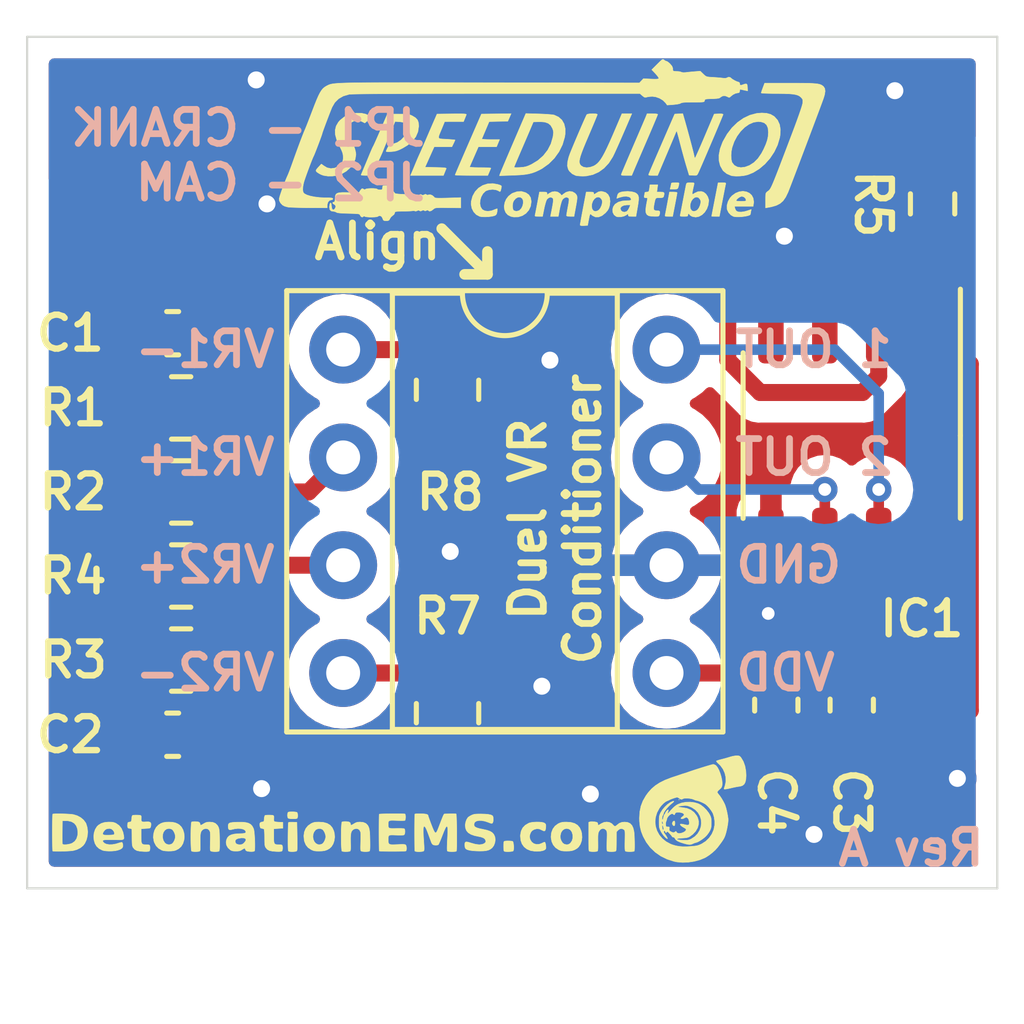
<source format=kicad_pcb>
(kicad_pcb (version 20211014) (generator pcbnew)
  (layers (0 "F.Cu" signal) (31 "B.Cu" signal) (34 "B.Paste" user) (35 "F.Paste" user) (36 "B.SilkS" user "B.Silkscreen") (37 "F.SilkS" user "F.Silkscreen") (38 "B.Mask" user) (39 "F.Mask" user) (44 "Edge.Cuts" user))
  (net 0 "")
  (net 1 "VR1+")
  (net 2 "VR2+")
  (net 3 "VDD")
  (net 4 "GND")
  (net 5 "VR1OUT")
  (net 6 "VR2OUT")
  (net 7 "Net-(C1-Pad2)")
  (net 8 "Net-(C2-Pad1)")
  (net 9 "Net-(C3-Pad1)")
  (net 10 "VR1-")
  (net 11 "VR2-")
  (footprint "Misc:DIP-8_W7.62mm_Socket_VRConditioner" (layer "F.Cu") (at 161.4974 90.1758)
    (fp_text reference "J1" hide)
    (fp_text value "Speedy VR Mount")
    (pad "1" thru_hole circle locked (at 0 0) (size 1.6 1.6) (drill 0.8) (layers *.Cu *.Mask) (net 10 "VR1-"))
    (pad "2" thru_hole oval locked (at 0 2.54) (size 1.6 1.6) (drill 0.8) (layers *.Cu *.Mask) (net 1 "VR1+"))
    (pad "3" thru_hole oval locked (at 0 5.08) (size 1.6 1.6) (drill 0.8) (layers *.Cu *.Mask) (net 2 "VR2+"))
    (pad "4" thru_hole oval locked (at 0 7.62) (size 1.6 1.6) (drill 0.8) (layers *.Cu *.Mask) (net 11 "VR2-"))
    (pad "5" thru_hole oval locked (at 7.62 7.62) (size 1.6 1.6) (drill 0.8) (layers *.Cu *.Mask) (net 3 "VDD"))
    (pad "6" thru_hole oval locked (at 7.62 5.08) (size 1.6 1.6) (drill 0.8) (layers *.Cu *.Mask) (net 4 "GND"))
    (pad "7" thru_hole oval locked (at 7.62 2.54) (size 1.6 1.6) (drill 0.8) (layers *.Cu *.Mask) (net 6 "VR2OUT"))
    (pad "8" thru_hole oval locked (at 7.62 0) (size 1.6 1.6) (drill 0.8) (layers *.Cu *.Mask) (net 5 "VR1OUT"))
  )
  (footprint "Capacitor_SMD:C_0603_1608Metric" (layer "F.Cu") (at 157.48 89.789 180)
    (fp_text reference "C1" (at 2.413 0 unlocked) (layer "F.SilkS") (effects (font (size 0.8 0.8))))
    (fp_text value "22nF")
    (pad "1" smd roundrect locked (at -0.775 0 180) (size 0.9 0.95) (layers "F.Cu" "F.Paste" "F.Mask") (net 4 "GND"))
    (pad "2" smd roundrect locked (at 0.775 0 180) (size 0.9 0.95) (layers "F.Cu" "F.Paste" "F.Mask") (net 7 "Net-(C1-Pad2)"))
  )
  (footprint "Capacitor_SMD:C_0603_1608Metric" (layer "F.Cu") (at 157.48 99.2505)
    (fp_text reference "C2" (at -2.413 0 unlocked) (layer "F.SilkS") (effects (font (size 0.8 0.8))))
    (fp_text value "22nF")
    (pad "1" smd roundrect locked (at -0.775 0) (size 0.9 0.95) (layers "F.Cu" "F.Paste" "F.Mask") (net 8 "Net-(C2-Pad1)"))
    (pad "2" smd roundrect locked (at 0.775 0) (size 0.9 0.95) (layers "F.Cu" "F.Paste" "F.Mask") (net 4 "GND"))
  )
  (footprint "Capacitor_SMD:C_0603_1608Metric" (layer "F.Cu") (at 173.482 98.552 90)
    (fp_text reference "C3" (at -2.286 0 270 unlocked) (layer "F.SilkS") (effects (font (size 0.8 0.8))))
    (fp_text value "22nF")
    (pad "1" smd roundrect locked (at -0.775 0 90) (size 0.9 0.95) (layers "F.Cu" "F.Paste" "F.Mask") (net 9 "Net-(C3-Pad1)"))
    (pad "2" smd roundrect locked (at 0.775 0 90) (size 0.9 0.95) (layers "F.Cu" "F.Paste" "F.Mask") (net 3 "VDD"))
  )
  (footprint "Capacitor_SMD:C_0603_1608Metric" (layer "F.Cu") (at 171.704 98.552 -90)
    (fp_text reference "C4" (at 2.286 0 -90 unlocked) (layer "F.SilkS") (effects (font (size 0.8 0.8))))
    (fp_text value "220nF")
    (pad "1" smd roundrect locked (at -0.775 0 270) (size 0.9 0.95) (layers "F.Cu" "F.Paste" "F.Mask") (net 3 "VDD"))
    (pad "2" smd roundrect locked (at 0.775 0 270) (size 0.9 0.95) (layers "F.Cu" "F.Paste" "F.Mask") (net 4 "GND"))
  )
  (footprint "Package_SO:SO-8_3.9x4.9mm_P1.27mm" (layer "F.Cu") (at 173.482 92.202 -90)
    (fp_text reference "IC1" (at 4.318 -1.651 unlocked) (layer "F.SilkS") (effects (font (size 0.8 0.8))))
    (fp_text value "NCV1124")
    (pad "1" smd roundrect locked (at -2.575 -1.905 270) (size 1.75 0.6) (layers "F.Cu" "F.Paste" "F.Mask") (net 9 "Net-(C3-Pad1)"))
    (pad "2" smd roundrect locked (at -2.575 -0.635 270) (size 1.75 0.6) (layers "F.Cu" "F.Paste" "F.Mask") (net 7 "Net-(C1-Pad2)"))
    (pad "3" smd roundrect locked (at -2.575 0.635 270) (size 1.75 0.6) (layers "F.Cu" "F.Paste" "F.Mask") (net 8 "Net-(C2-Pad1)"))
    (pad "4" smd roundrect locked (at -2.575 1.905 270) (size 1.75 0.6) (layers "F.Cu" "F.Paste" "F.Mask") (net 4 "GND"))
    (pad "5" smd roundrect locked (at 2.575 1.905 270) (size 1.75 0.6) (layers "F.Cu" "F.Paste" "F.Mask") (net 4 "GND"))
    (pad "6" smd roundrect locked (at 2.575 0.635 270) (size 1.75 0.6) (layers "F.Cu" "F.Paste" "F.Mask") (net 6 "VR2OUT"))
    (pad "7" smd roundrect locked (at 2.575 -0.635 270) (size 1.75 0.6) (layers "F.Cu" "F.Paste" "F.Mask") (net 5 "VR1OUT"))
    (pad "8" smd roundrect locked (at 2.575 -1.905 270) (size 1.75 0.6) (layers "F.Cu" "F.Paste" "F.Mask") (net 3 "VDD"))
  )
  (footprint "Resistor_SMD:R_0805_2012Metric" (layer "F.Cu") (at 157.68 91.5493)
    (fp_text reference "R1" (at -2.548 0 unlocked) (layer "F.SilkS") (effects (font (size 0.8 0.8))))
    (fp_text value "16k")
    (pad "1" smd roundrect locked (at -0.9125 0) (size 1.025 1.4) (layers "F.Cu" "F.Paste" "F.Mask") (roundrect_rratio 0.243902) (net 7 "Net-(C1-Pad2)"))
    (pad "2" smd roundrect locked (at 0.9125 0) (size 1.025 1.4) (layers "F.Cu" "F.Paste" "F.Mask") (roundrect_rratio 0.243902) (net 1 "VR1+"))
  )
  (footprint "Resistor_SMD:R_0805_2012Metric" (layer "F.Cu") (at 157.68 93.5296)
    (fp_text reference "R2" (at -2.548 0 unlocked) (layer "F.SilkS") (effects (font (size 0.8 0.8))))
    (fp_text value "16k")
    (pad "1" smd roundrect locked (at -0.9125 0) (size 1.025 1.4) (layers "F.Cu" "F.Paste" "F.Mask") (roundrect_rratio 0.243902) (net 7 "Net-(C1-Pad2)"))
    (pad "2" smd roundrect locked (at 0.9125 0) (size 1.025 1.4) (layers "F.Cu" "F.Paste" "F.Mask") (roundrect_rratio 0.243902) (net 1 "VR1+"))
  )
  (footprint "Resistor_SMD:R_0805_2012Metric" (layer "F.Cu") (at 157.68 97.4902)
    (fp_text reference "R3" (at -2.54 0 unlocked) (layer "F.SilkS") (effects (font (size 0.8 0.8))))
    (fp_text value "16k")
    (pad "1" smd roundrect locked (at -0.9125 0) (size 1.025 1.4) (layers "F.Cu" "F.Paste" "F.Mask") (roundrect_rratio 0.243902) (net 8 "Net-(C2-Pad1)"))
    (pad "2" smd roundrect locked (at 0.9125 0) (size 1.025 1.4) (layers "F.Cu" "F.Paste" "F.Mask") (roundrect_rratio 0.243902) (net 2 "VR2+"))
  )
  (footprint "Resistor_SMD:R_0805_2012Metric" (layer "F.Cu") (at 157.68 95.5099)
    (fp_text reference "R4" (at -2.548 0 unlocked) (layer "F.SilkS") (effects (font (size 0.8 0.8))))
    (fp_text value "16k")
    (pad "1" smd roundrect locked (at -0.9125 0) (size 1.025 1.4) (layers "F.Cu" "F.Paste" "F.Mask") (roundrect_rratio 0.243902) (net 8 "Net-(C2-Pad1)"))
    (pad "2" smd roundrect locked (at 0.9125 0) (size 1.025 1.4) (layers "F.Cu" "F.Paste" "F.Mask") (roundrect_rratio 0.243902) (net 2 "VR2+"))
  )
  (footprint "Resistor_SMD:R_0603_1608Metric" (layer "F.Cu") (at 175.387 86.741 -90)
    (fp_text reference "R5" (at 0 1.397 -90 unlocked) (layer "F.SilkS") (effects (font (size 0.8 0.8))))
    (fp_text value "18k")
    (pad "1" smd roundrect locked (at -0.825 0 270) (size 0.8 0.95) (layers "F.Cu" "F.Paste" "F.Mask") (net 4 "GND"))
    (pad "2" smd roundrect locked (at 0.825 0 270) (size 0.8 0.95) (layers "F.Cu" "F.Paste" "F.Mask") (net 9 "Net-(C3-Pad1)"))
  )
  (footprint "Resistor_SMD:R_0805_2012Metric" (layer "F.Cu") (at 163.957 98.7425 -90)
    (fp_text reference "R7" (at -2.286 0 unlocked) (layer "F.SilkS") (effects (font (size 0.8 0.8))))
    (fp_text value "1k")
    (pad "1" smd roundrect locked (at -0.9125 0 270) (size 1.025 1.4) (layers "F.Cu" "F.Paste" "F.Mask") (roundrect_rratio 0.243902) (net 11 "VR2-"))
    (pad "2" smd roundrect locked (at 0.9125 0 270) (size 1.025 1.4) (layers "F.Cu" "F.Paste" "F.Mask") (roundrect_rratio 0.243902) (net 4 "GND"))
  )
  (footprint "Resistor_SMD:R_0805_2012Metric" (layer "F.Cu") (at 163.957 91.1225 -90)
    (fp_text reference "R8" (at 2.413 -0.0635 unlocked) (layer "F.SilkS") (effects (font (size 0.8 0.8))))
    (fp_text value "1k")
    (pad "1" smd roundrect locked (at -0.9125 0 270) (size 1.025 1.4) (layers "F.Cu" "F.Paste" "F.Mask") (roundrect_rratio 0.243902) (net 10 "VR1-"))
    (pad "2" smd roundrect locked (at 0.9125 0 270) (size 1.025 1.4) (layers "F.Cu" "F.Paste" "F.Mask") (roundrect_rratio 0.243902) (net 4 "GND"))
  )
  (footprint "Detonation:SpeeduinoCompatible-14mm" (layer "F.Cu") (at 166.4208 85.2424)
    (fp_text reference "G1" hide)
    (fp_text value "Logo_Open_Hardware_Small" hide)
  )
  (footprint "Detonation:DetonationEMS-17mm" (layer "F.Cu") (at 162.814 100.9904)
    (fp_text reference "G2" hide)
    (fp_text value "Logo_Open_Hardware_Small" hide)
  )
  (gr_line (start 154.051 102.87) (end 154.051 82.804) (layer "Edge.Cuts") (width 0.05))
  (gr_line (start 176.911 102.87) (end 154.051 102.87) (layer "Edge.Cuts") (width 0.05))
  (gr_line (start 176.911 82.804) (end 176.911 102.87) (layer "Edge.Cuts") (width 0.05))
  (gr_line (start 154.051 82.804) (end 176.911 82.804) (layer "Edge.Cuts") (width 0.05))
  (gr_text "VR2-" (at 158.242 97.79) (layer "B.SilkS") (effects (font (size 0.8 0.8) (thickness 0.16)) (justify mirror)))
  (gr_text "1 OUT" (at 172.586857 90.17) (layer "B.SilkS") (effects (font (size 0.8 0.8) (thickness 0.16)) (justify mirror)))
  (gr_text "GND" (at 171.996476 95.25) (layer "B.SilkS") (effects (font (size 0.8 0.8) (thickness 0.16)) (justify mirror)))
  (gr_text "2 OUT" (at 172.586857 92.71) (layer "B.SilkS") (effects (font (size 0.8 0.8) (thickness 0.16)) (justify mirror)))
  (gr_text "VDD" (at 171.920285 97.79) (layer "B.SilkS") (effects (font (size 0.8 0.8) (thickness 0.16)) (justify mirror)))
  (gr_text "Rev A" (at 174.879 101.9175) (layer "B.SilkS") (effects (font (size 0.8 0.8) (thickness 0.16)) (justify mirror)))
  (gr_text "VR2+" (at 158.242 95.25) (layer "B.SilkS") (effects (font (size 0.8 0.8) (thickness 0.16)) (justify mirror)))
  (gr_text "VR1-" (at 158.242 90.17) (layer "B.SilkS") (effects (font (size 0.8 0.8) (thickness 0.16)) (justify mirror)))
  (gr_text "JP1 - CRANK\nJP2 - CAM" (at 163.5125 85.598) (layer "B.SilkS") (effects (font (size 0.8 0.8) (thickness 0.16)) (justify left mirror)))
  (gr_text "VR1+" (at 158.242 92.71) (layer "B.SilkS") (effects (font (size 0.8 0.8) (thickness 0.16)) (justify mirror)))
  (gr_text "→" (at 164.465 87.757 -45) (layer "F.SilkS") (effects (font (size 2 2) (thickness 0.25))))
  (gr_text "Duel VR\nConditioner" (at 166.497 94.1705 90) (layer "F.SilkS") (effects (font (size 0.8 0.8) (thickness 0.16))))
  (gr_text "Align" (at 162.306 87.63) (layer "F.SilkS") (effects (font (size 0.8 0.8) (thickness 0.16))))
  (segment (start 158.5925 93.5296) (end 160.6836 93.5296) (width 0.4) (layer "F.Cu") (net 1))
  (segment (start 160.6836 93.5296) (end 161.4974 92.7158) (width 0.4) (layer "F.Cu") (net 1))
  (segment (start 158.5925 91.5493) (end 158.5925 93.5296) (width 0.4) (layer "F.Cu") (net 1))
  (segment (start 158.5925 95.5099) (end 158.5925 97.4902) (width 0.4) (layer "F.Cu") (net 2))
  (segment (start 158.8466 95.2558) (end 158.5925 95.5099) (width 0.4) (layer "F.Cu") (net 2))
  (segment (start 161.4974 95.2558) (end 158.8466 95.2558) (width 0.4) (layer "F.Cu") (net 2))
  (segment (start 169.1174 97.7958) (end 175.1388 97.7958) (width 0.4) (layer "F.Cu") (net 3))
  (segment (start 175.387 97.5476) (end 175.1388 97.7958) (width 0.4) (layer "F.Cu") (net 3))
  (segment (start 175.387 94.777) (end 175.387 97.5476) (width 0.4) (layer "F.Cu") (net 3))
  (via (at 159.7025 86.741) (size 0.9) (drill 0.4) (layers "F.Cu" "B.Cu") (net 4))
  (via (at 166.1795 98.1075) (size 0.9) (drill 0.4) (layers "F.Cu" "B.Cu") (net 4))
  (via (at 159.4485 83.82) (size 0.9) (drill 0.4) (layers "F.Cu" "B.Cu") (net 4))
  (via (at 167.3225 100.6475) (size 0.9) (drill 0.4) (layers "F.Cu" "B.Cu") (net 4))
  (via (at 159.5755 100.5205) (size 0.9) (drill 0.4) (layers "F.Cu" "B.Cu") (net 4))
  (via (at 174.498 84.074) (size 0.9) (drill 0.4) (layers "F.Cu" "B.Cu") (net 4))
  (via (at 171.5135 96.393) (size 0.6) (drill 0.3) (layers "F.Cu" "B.Cu") (net 4))
  (via (at 175.9712 100.2792) (size 0.9) (drill 0.4) (layers "F.Cu" "B.Cu") (net 4))
  (via (at 164.0205 94.9325) (size 0.9) (drill 0.4) (layers "F.Cu" "B.Cu") (net 4))
  (via (at 171.8945 87.503) (size 0.9) (drill 0.4) (layers "F.Cu" "B.Cu") (net 4))
  (via (at 166.37 90.424) (size 0.9) (drill 0.4) (layers "F.Cu" "B.Cu") (net 4))
  (via (at 172.593 101.6) (size 0.9) (drill 0.4) (layers "F.Cu" "B.Cu") (net 4))
  (segment (start 174.117 94.777) (end 174.117 93.472) (width 0.25) (layer "F.Cu") (net 5))
  (via (at 174.117 93.472) (size 0.6) (drill 0.3) (layers "F.Cu" "B.Cu") (net 5))
  (segment (start 174.117 93.472) (end 174.117 91.2114) (width 0.25) (layer "B.Cu") (net 5))
  (segment (start 174.117 91.2114) (end 173.0814 90.1758) (width 0.25) (layer "B.Cu") (net 5))
  (segment (start 173.0814 90.1758) (end 169.1174 90.1758) (width 0.25) (layer "B.Cu") (net 5))
  (segment (start 172.847 94.777) (end 172.847 93.472) (width 0.25) (layer "F.Cu") (net 6))
  (via (at 172.847 93.472) (size 0.6) (drill 0.3) (layers "F.Cu" "B.Cu") (net 6))
  (segment (start 172.847 93.472) (end 169.8736 93.472) (width 0.25) (layer "B.Cu") (net 6))
  (segment (start 169.8736 93.472) (end 169.1174 92.7158) (width 0.25) (layer "B.Cu") (net 6))
  (segment (start 157.099 87.884) (end 156.705 88.278) (width 0.4) (layer "F.Cu") (net 7))
  (segment (start 156.705 91.4868) (end 156.7675 91.5493) (width 0.4) (layer "F.Cu") (net 7))
  (segment (start 156.7675 91.5493) (end 156.7675 93.5296) (width 0.4) (layer "F.Cu") (net 7))
  (segment (start 156.705 89.789) (end 156.705 91.4868) (width 0.4) (layer "F.Cu") (net 7))
  (segment (start 170.561 90.424) (end 170.561 88.265) (width 0.4) (layer "F.Cu") (net 7))
  (segment (start 156.705 88.278) (end 156.705 89.789) (width 0.4) (layer "F.Cu") (net 7))
  (segment (start 174.117 90.805) (end 173.736 91.186) (width 0.4) (layer "F.Cu") (net 7))
  (segment (start 173.736 91.186) (end 171.323 91.186) (width 0.4) (layer "F.Cu") (net 7))
  (segment (start 174.117 89.627) (end 174.117 90.805) (width 0.4) (layer "F.Cu") (net 7))
  (segment (start 171.323 91.186) (end 170.561 90.424) (width 0.4) (layer "F.Cu") (net 7))
  (segment (start 170.18 87.884) (end 157.099 87.884) (width 0.4) (layer "F.Cu") (net 7))
  (segment (start 170.561 88.265) (end 170.18 87.884) (width 0.4) (layer "F.Cu") (net 7))
  (segment (start 156.21 85.725) (end 172.212 85.725) (width 0.4) (layer "F.Cu") (net 8))
  (segment (start 155.448 95.123) (end 155.448 86.487) (width 0.4) (layer "F.Cu") (net 8))
  (segment (start 156.7675 97.4902) (end 156.7675 99.188) (width 0.4) (layer "F.Cu") (net 8))
  (segment (start 155.8349 95.5099) (end 155.448 95.123) (width 0.4) (layer "F.Cu") (net 8))
  (segment (start 156.7675 99.188) (end 156.705 99.2505) (width 0.4) (layer "F.Cu") (net 8))
  (segment (start 156.7675 95.5099) (end 155.8349 95.5099) (width 0.4) (layer "F.Cu") (net 8))
  (segment (start 155.448 86.487) (end 156.21 85.725) (width 0.4) (layer "F.Cu") (net 8))
  (segment (start 172.847 86.36) (end 172.6565 86.1695) (width 0.4) (layer "F.Cu") (net 8))
  (segment (start 156.7675 97.4902) (end 156.7675 95.5099) (width 0.4) (layer "F.Cu") (net 8))
  (segment (start 172.847 89.627) (end 172.847 86.36) (width 0.4) (layer "F.Cu") (net 8))
  (segment (start 172.212 85.725) (end 172.6565 86.1695) (width 0.4) (layer "F.Cu") (net 8))
  (segment (start 175.387 89.627) (end 176.276 90.516) (width 0.4) (layer "F.Cu") (net 9))
  (segment (start 176.276 90.516) (end 176.276 98.679) (width 0.4) (layer "F.Cu") (net 9))
  (segment (start 175.387 87.566) (end 175.387 89.627) (width 0.4) (layer "F.Cu") (net 9))
  (segment (start 175.628 99.327) (end 173.482 99.327) (width 0.4) (layer "F.Cu") (net 9))
  (segment (start 176.276 98.679) (end 175.628 99.327) (width 0.4) (layer "F.Cu") (net 9))
  (segment (start 163.9228 90.1758) (end 163.957 90.21) (width 0.4) (layer "F.Cu") (net 10))
  (segment (start 161.4974 90.1758) (end 163.9228 90.1758) (width 0.4) (layer "F.Cu") (net 10))
  (segment (start 163.9228 97.7958) (end 163.957 97.83) (width 0.4) (layer "F.Cu") (net 11))
  (segment (start 161.4974 97.7958) (end 163.9228 97.7958) (width 0.4) (layer "F.Cu") (net 11))
  (zone (net 4) (net_name "GND") (layer "F.Cu") (connect_pads (clearance 0.508)) (min_thickness 0.254) (fill yes (thermal_gap 0.508) (thermal_bridge_width 0.508))
    (polygon (pts (xy 177.546 103.378) (xy 153.416 103.378) (xy 153.416 82.296) (xy 177.546 82.296)))
  )
  (zone (net 4) (net_name "GND") (layer "B.Cu") (connect_pads (clearance 0.508)) (min_thickness 0.254) (fill yes (thermal_gap 0.508) (thermal_bridge_width 0.508))
    (polygon (pts (xy 177.546 103.378) (xy 153.416 103.378) (xy 153.416 82.296) (xy 177.546 82.296)))
  )
)
</source>
